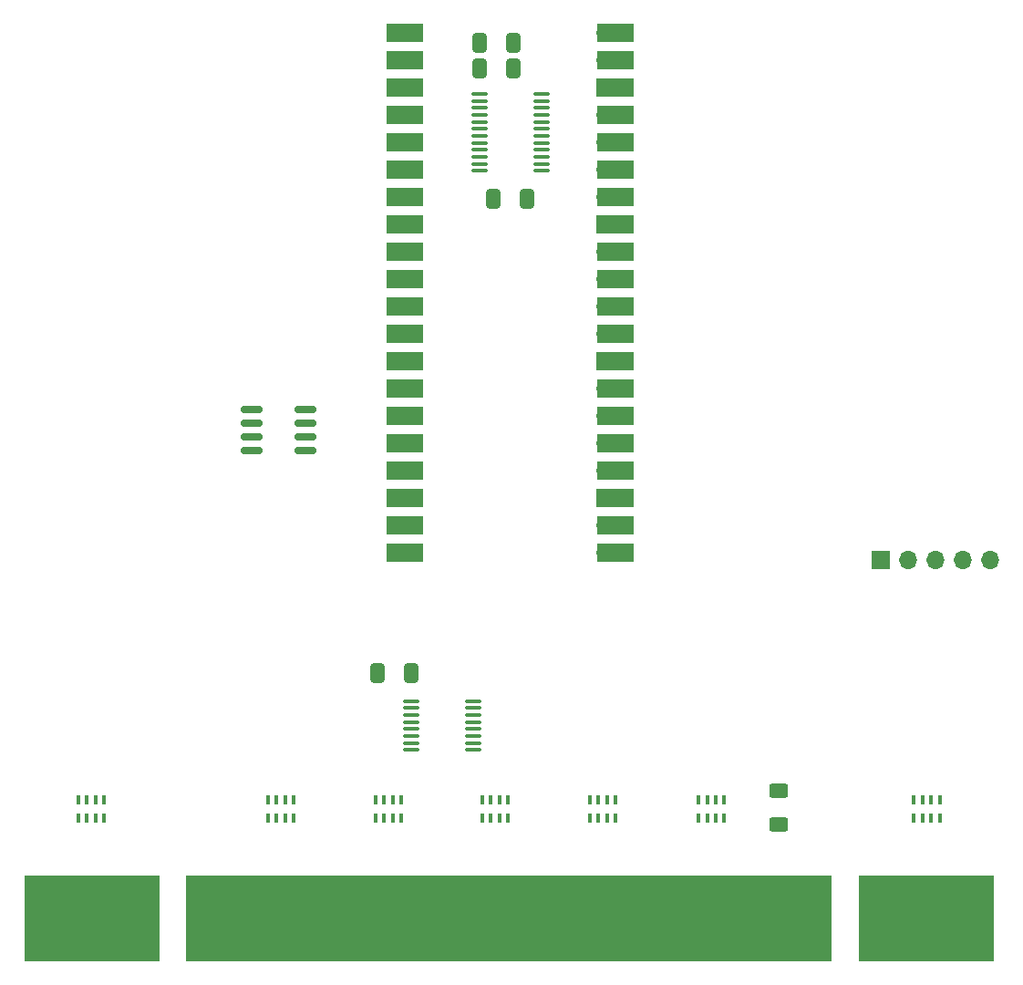
<source format=gbs>
G04 #@! TF.GenerationSoftware,KiCad,Pcbnew,(6.0.6)*
G04 #@! TF.CreationDate,2022-07-23T12:01:03-05:00*
G04 #@! TF.ProjectId,v0,76302e6b-6963-4616-945f-706362585858,v0*
G04 #@! TF.SameCoordinates,Original*
G04 #@! TF.FileFunction,Soldermask,Bot*
G04 #@! TF.FilePolarity,Negative*
%FSLAX46Y46*%
G04 Gerber Fmt 4.6, Leading zero omitted, Abs format (unit mm)*
G04 Created by KiCad (PCBNEW (6.0.6)) date 2022-07-23 12:01:03*
%MOMM*%
%LPD*%
G01*
G04 APERTURE LIST*
G04 Aperture macros list*
%AMRoundRect*
0 Rectangle with rounded corners*
0 $1 Rounding radius*
0 $2 $3 $4 $5 $6 $7 $8 $9 X,Y pos of 4 corners*
0 Add a 4 corners polygon primitive as box body*
4,1,4,$2,$3,$4,$5,$6,$7,$8,$9,$2,$3,0*
0 Add four circle primitives for the rounded corners*
1,1,$1+$1,$2,$3*
1,1,$1+$1,$4,$5*
1,1,$1+$1,$6,$7*
1,1,$1+$1,$8,$9*
0 Add four rect primitives between the rounded corners*
20,1,$1+$1,$2,$3,$4,$5,0*
20,1,$1+$1,$4,$5,$6,$7,0*
20,1,$1+$1,$6,$7,$8,$9,0*
20,1,$1+$1,$8,$9,$2,$3,0*%
G04 Aperture macros list end*
%ADD10RoundRect,0.150000X-0.825000X-0.150000X0.825000X-0.150000X0.825000X0.150000X-0.825000X0.150000X0*%
%ADD11R,12.499340X8.001000*%
%ADD12R,59.999880X8.001000*%
%ADD13R,1.700000X1.700000*%
%ADD14O,1.700000X1.700000*%
%ADD15R,0.400000X0.900000*%
%ADD16RoundRect,0.250000X-0.412500X-0.650000X0.412500X-0.650000X0.412500X0.650000X-0.412500X0.650000X0*%
%ADD17RoundRect,0.250000X0.412500X0.650000X-0.412500X0.650000X-0.412500X-0.650000X0.412500X-0.650000X0*%
%ADD18R,3.500000X1.700000*%
%ADD19RoundRect,0.100000X0.637500X0.100000X-0.637500X0.100000X-0.637500X-0.100000X0.637500X-0.100000X0*%
%ADD20RoundRect,0.250000X0.625000X-0.400000X0.625000X0.400000X-0.625000X0.400000X-0.625000X-0.400000X0*%
G04 APERTURE END LIST*
D10*
X113325000Y-86355000D03*
X113325000Y-85085000D03*
X113325000Y-83815000D03*
X113325000Y-82545000D03*
X118275000Y-82545000D03*
X118275000Y-83815000D03*
X118275000Y-85085000D03*
X118275000Y-86355000D03*
D11*
X98449760Y-129800760D03*
X175950240Y-129800760D03*
D12*
X137200000Y-129800760D03*
D13*
X171700000Y-96500000D03*
D14*
X174240000Y-96500000D03*
X176780000Y-96500000D03*
X179320000Y-96500000D03*
X181860000Y-96500000D03*
D15*
X127200000Y-120450000D03*
X126400000Y-120450000D03*
X125600000Y-120450000D03*
X124800000Y-120450000D03*
X124800000Y-118750000D03*
X125600000Y-118750000D03*
X126400000Y-118750000D03*
X127200000Y-118750000D03*
D16*
X134462500Y-50925000D03*
X137587500Y-50925000D03*
D17*
X128112500Y-107000000D03*
X124987500Y-107000000D03*
D15*
X99600000Y-120450000D03*
X98800000Y-120450000D03*
X98000000Y-120450000D03*
X97200000Y-120450000D03*
X97200000Y-118750000D03*
X98000000Y-118750000D03*
X98800000Y-118750000D03*
X99600000Y-118750000D03*
X177200000Y-120450000D03*
X176400000Y-120450000D03*
X175600000Y-120450000D03*
X174800000Y-120450000D03*
X174800000Y-118750000D03*
X175600000Y-118750000D03*
X176400000Y-118750000D03*
X177200000Y-118750000D03*
D18*
X147090000Y-47570000D03*
D14*
X146190000Y-47570000D03*
D18*
X147090000Y-50110000D03*
D14*
X146190000Y-50110000D03*
D18*
X147090000Y-52650000D03*
D13*
X146190000Y-52650000D03*
D14*
X146190000Y-55190000D03*
D18*
X147090000Y-55190000D03*
D14*
X146190000Y-57730000D03*
D18*
X147090000Y-57730000D03*
X147090000Y-60270000D03*
D14*
X146190000Y-60270000D03*
X146190000Y-62810000D03*
D18*
X147090000Y-62810000D03*
X147090000Y-65350000D03*
D13*
X146190000Y-65350000D03*
D18*
X147090000Y-67890000D03*
D14*
X146190000Y-67890000D03*
D18*
X147090000Y-70430000D03*
D14*
X146190000Y-70430000D03*
X146190000Y-72970000D03*
D18*
X147090000Y-72970000D03*
D14*
X146190000Y-75510000D03*
D18*
X147090000Y-75510000D03*
D13*
X146190000Y-78050000D03*
D18*
X147090000Y-78050000D03*
X147090000Y-80590000D03*
D14*
X146190000Y-80590000D03*
X146190000Y-83130000D03*
D18*
X147090000Y-83130000D03*
X147090000Y-85670000D03*
D14*
X146190000Y-85670000D03*
X146190000Y-88210000D03*
D18*
X147090000Y-88210000D03*
D13*
X146190000Y-90750000D03*
D18*
X147090000Y-90750000D03*
D14*
X146190000Y-93290000D03*
D18*
X147090000Y-93290000D03*
X147090000Y-95830000D03*
D14*
X146190000Y-95830000D03*
D18*
X127510000Y-95830000D03*
D14*
X128410000Y-95830000D03*
D18*
X127510000Y-93290000D03*
D14*
X128410000Y-93290000D03*
D18*
X127510000Y-90750000D03*
D13*
X128410000Y-90750000D03*
D18*
X127510000Y-88210000D03*
D14*
X128410000Y-88210000D03*
D18*
X127510000Y-85670000D03*
D14*
X128410000Y-85670000D03*
X128410000Y-83130000D03*
D18*
X127510000Y-83130000D03*
D14*
X128410000Y-80590000D03*
D18*
X127510000Y-80590000D03*
D13*
X128410000Y-78050000D03*
D18*
X127510000Y-78050000D03*
X127510000Y-75510000D03*
D14*
X128410000Y-75510000D03*
D18*
X127510000Y-72970000D03*
D14*
X128410000Y-72970000D03*
X128410000Y-70430000D03*
D18*
X127510000Y-70430000D03*
D14*
X128410000Y-67890000D03*
D18*
X127510000Y-67890000D03*
X127510000Y-65350000D03*
D13*
X128410000Y-65350000D03*
D14*
X128410000Y-62810000D03*
D18*
X127510000Y-62810000D03*
X127510000Y-60270000D03*
D14*
X128410000Y-60270000D03*
D18*
X127510000Y-57730000D03*
D14*
X128410000Y-57730000D03*
D18*
X127510000Y-55190000D03*
D14*
X128410000Y-55190000D03*
D18*
X127510000Y-52650000D03*
D13*
X128410000Y-52650000D03*
D18*
X127510000Y-50110000D03*
D14*
X128410000Y-50110000D03*
X128410000Y-47570000D03*
D18*
X127510000Y-47570000D03*
D16*
X134462500Y-48525000D03*
X137587500Y-48525000D03*
D15*
X137100000Y-120450000D03*
X136300000Y-120450000D03*
X135500000Y-120450000D03*
X134700000Y-120450000D03*
X134700000Y-118750000D03*
X135500000Y-118750000D03*
X136300000Y-118750000D03*
X137100000Y-118750000D03*
X147100000Y-120450000D03*
X146300000Y-120450000D03*
X145500000Y-120450000D03*
X144700000Y-120450000D03*
X144700000Y-118750000D03*
X145500000Y-118750000D03*
X146300000Y-118750000D03*
X147100000Y-118750000D03*
D19*
X140187500Y-53250000D03*
X140187500Y-53900000D03*
X140187500Y-54550000D03*
X140187500Y-55200000D03*
X140187500Y-55850000D03*
X140187500Y-56500000D03*
X140187500Y-57150000D03*
X140187500Y-57800000D03*
X140187500Y-58450000D03*
X140187500Y-59100000D03*
X140187500Y-59750000D03*
X140187500Y-60400000D03*
X134462500Y-60400000D03*
X134462500Y-59750000D03*
X134462500Y-59100000D03*
X134462500Y-58450000D03*
X134462500Y-57800000D03*
X134462500Y-57150000D03*
X134462500Y-56500000D03*
X134462500Y-55850000D03*
X134462500Y-55200000D03*
X134462500Y-54550000D03*
X134462500Y-53900000D03*
X134462500Y-53250000D03*
D15*
X117200000Y-120450000D03*
X116400000Y-120450000D03*
X115600000Y-120450000D03*
X114800000Y-120450000D03*
X114800000Y-118750000D03*
X115600000Y-118750000D03*
X116400000Y-118750000D03*
X117200000Y-118750000D03*
X157200000Y-120450000D03*
X156400000Y-120450000D03*
X155600000Y-120450000D03*
X154800000Y-120450000D03*
X154800000Y-118750000D03*
X155600000Y-118750000D03*
X156400000Y-118750000D03*
X157200000Y-118750000D03*
D17*
X138875000Y-62975000D03*
X135750000Y-62975000D03*
D20*
X162200000Y-121050000D03*
X162200000Y-117950000D03*
D19*
X133862500Y-109625000D03*
X133862500Y-110275000D03*
X133862500Y-110925000D03*
X133862500Y-111575000D03*
X133862500Y-112225000D03*
X133862500Y-112875000D03*
X133862500Y-113525000D03*
X133862500Y-114175000D03*
X128137500Y-114175000D03*
X128137500Y-113525000D03*
X128137500Y-112875000D03*
X128137500Y-112225000D03*
X128137500Y-111575000D03*
X128137500Y-110925000D03*
X128137500Y-110275000D03*
X128137500Y-109625000D03*
M02*

</source>
